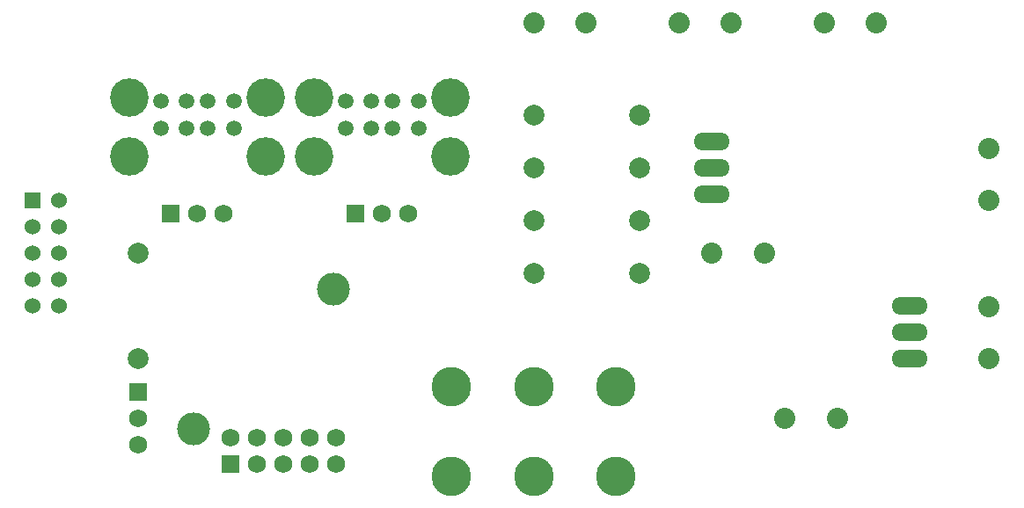
<source format=gbs>
%FSLAX36Y36*%
G04 Gerber Fmt 3.6, Leading zero omitted, Abs format (unit inch)*
G04 Created by KiCad (PCBNEW (2014-jul-16 BZR unknown)-product) date Tue 13 Jan 2015 03:42:58 PM PST*
%MOIN*%
G01*
G04 APERTURE LIST*
%ADD10C,0.003937*%
%ADD11R,0.068000X0.068000*%
%ADD12C,0.068000*%
%ADD13R,0.060000X0.060000*%
%ADD14C,0.060000*%
%ADD15C,0.080000*%
%ADD16O,0.137800X0.066900*%
%ADD17C,0.078700*%
%ADD18C,0.150000*%
%ADD19C,0.059055*%
%ADD20C,0.145669*%
%ADD21C,0.125000*%
G04 APERTURE END LIST*
D10*
D11*
X4500000Y-5475000D03*
D12*
X4500000Y-5575000D03*
X4500000Y-5675000D03*
D13*
X4100000Y-4750000D03*
D14*
X4200000Y-4750000D03*
X4100000Y-4850000D03*
X4200000Y-4850000D03*
X4100000Y-4950000D03*
X4200000Y-4950000D03*
X4100000Y-5050000D03*
X4200000Y-5050000D03*
X4100000Y-5150000D03*
X4200000Y-5150000D03*
D15*
X7298425Y-4075000D03*
X7101575Y-4075000D03*
X6748425Y-4075000D03*
X6551575Y-4075000D03*
X6198425Y-4075000D03*
X6001575Y-4075000D03*
X7725000Y-4748425D03*
X7725000Y-4551575D03*
X7725000Y-5348425D03*
X7725000Y-5151575D03*
D16*
X6675000Y-4625000D03*
X6675000Y-4525000D03*
X6675000Y-4725000D03*
X7425000Y-5250000D03*
X7425000Y-5350000D03*
X7425000Y-5150000D03*
D17*
X4500000Y-5350000D03*
X4500000Y-4950000D03*
D15*
X6875500Y-4950000D03*
X6674500Y-4950000D03*
X7150500Y-5575000D03*
X6949500Y-5575000D03*
D18*
X6000000Y-5795000D03*
X6000000Y-5455000D03*
X6312000Y-5795000D03*
X5688000Y-5455000D03*
X6312000Y-5455000D03*
X5688000Y-5795000D03*
D19*
X5287205Y-4475000D03*
X5385630Y-4475000D03*
X5464370Y-4475000D03*
X5562795Y-4475000D03*
X5287205Y-4371850D03*
X5385630Y-4371850D03*
X5464370Y-4371850D03*
X5562795Y-4371850D03*
D20*
X5166339Y-4581693D03*
X5683661Y-4581693D03*
X5166339Y-4358071D03*
X5683661Y-4358071D03*
D17*
X6000000Y-5025000D03*
X6400000Y-5025000D03*
X6000000Y-4825000D03*
X6400000Y-4825000D03*
X6000000Y-4625000D03*
X6400000Y-4625000D03*
X6000000Y-4425000D03*
X6400000Y-4425000D03*
D12*
X4850000Y-5650000D03*
X4950000Y-5650000D03*
X5050000Y-5650000D03*
X5150000Y-5650000D03*
X5250000Y-5650000D03*
D11*
X4850000Y-5750000D03*
D12*
X4950000Y-5750000D03*
X5050000Y-5750000D03*
X5150000Y-5750000D03*
X5250000Y-5750000D03*
D21*
X4710000Y-5615000D03*
X5240000Y-5085000D03*
D11*
X5325000Y-4800000D03*
D12*
X5425000Y-4800000D03*
X5525000Y-4800000D03*
D11*
X4625000Y-4800000D03*
D12*
X4725000Y-4800000D03*
X4825000Y-4800000D03*
D19*
X4587205Y-4475000D03*
X4685630Y-4475000D03*
X4764370Y-4475000D03*
X4862795Y-4475000D03*
X4587205Y-4371850D03*
X4685630Y-4371850D03*
X4764370Y-4371850D03*
X4862795Y-4371850D03*
D20*
X4466339Y-4581693D03*
X4983661Y-4581693D03*
X4466339Y-4358071D03*
X4983661Y-4358071D03*
M02*

</source>
